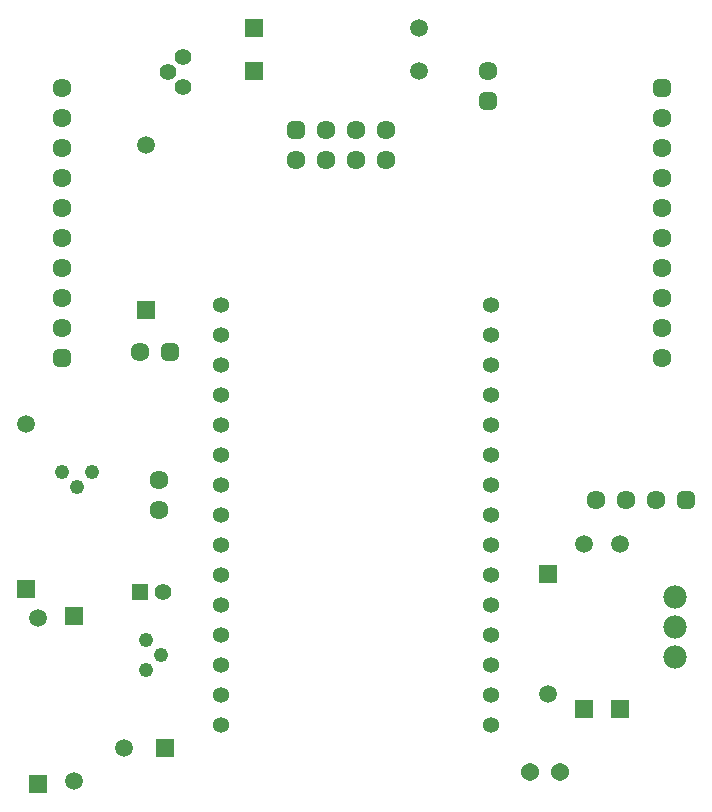
<source format=gbr>
G04 Generated by Ultiboard 14.0 *
%FSLAX34Y34*%
%MOMM*%

%ADD10C,0.0001*%
%ADD11C,1.3556*%
%ADD12C,1.6088*%
%ADD13R,0.5291X0.5291*%
%ADD14C,0.9949*%
%ADD15C,1.3970*%
%ADD16C,1.5000*%
%ADD17R,1.5000X1.5000*%
%ADD18C,1.2446*%
%ADD19C,1.4000*%
%ADD20R,1.4000X1.4000*%
%ADD21C,1.9898*%
%ADD22C,1.5366*%


G04 ColorRGB FF00CC for the following layer *
%LNSolder Mask Top*%
%LPD*%
G54D10*
G54D11*
X185420Y430784D03*
X185420Y405384D03*
X185420Y379984D03*
X185420Y354584D03*
X185420Y329184D03*
X185420Y303784D03*
X185420Y278384D03*
X185420Y252984D03*
X185420Y227584D03*
X185420Y202184D03*
X185420Y176784D03*
X185420Y151384D03*
X185420Y125984D03*
X185420Y100584D03*
X185420Y75184D03*
X414020Y430784D03*
X414020Y405384D03*
X414020Y379984D03*
X414020Y354584D03*
X414020Y329184D03*
X414020Y303784D03*
X414020Y278384D03*
X414020Y252984D03*
X414020Y227584D03*
X414020Y202184D03*
X414020Y176784D03*
X414020Y151384D03*
X414020Y125984D03*
X414020Y100584D03*
X414020Y75184D03*
G54D12*
X50800Y462280D03*
X50800Y436880D03*
X50800Y411480D03*
X50800Y513080D03*
X50800Y487680D03*
X50800Y538480D03*
X50800Y589280D03*
X50800Y563880D03*
X50800Y614680D03*
X558800Y538480D03*
X558800Y563880D03*
X558800Y589280D03*
X558800Y487680D03*
X558800Y513080D03*
X558800Y462280D03*
X558800Y411480D03*
X558800Y436880D03*
X558800Y386080D03*
X299720Y579120D03*
X299720Y553720D03*
X274320Y579120D03*
X274320Y553720D03*
X248920Y553720D03*
X325120Y579120D03*
X325120Y553720D03*
X411480Y628904D03*
X528320Y265684D03*
X553720Y265684D03*
X502920Y265684D03*
X133202Y257281D03*
X133202Y282681D03*
X116840Y391160D03*
G54D13*
X50800Y386080D03*
X558800Y614680D03*
X248920Y579120D03*
X411480Y603504D03*
X579120Y265684D03*
X142240Y391160D03*
G54D14*
X48155Y383435D02*
X53445Y383435D01*
X53445Y388725D01*
X48155Y388725D01*
X48155Y383435D01*D02*
X556155Y612035D02*
X561445Y612035D01*
X561445Y617325D01*
X556155Y617325D01*
X556155Y612035D01*D02*
X246275Y576475D02*
X251565Y576475D01*
X251565Y581765D01*
X246275Y581765D01*
X246275Y576475D01*D02*
X408835Y600859D02*
X414125Y600859D01*
X414125Y606149D01*
X408835Y606149D01*
X408835Y600859D01*D02*
X576475Y263039D02*
X581765Y263039D01*
X581765Y268329D01*
X576475Y268329D01*
X576475Y263039D01*D02*
X139595Y388515D02*
X144885Y388515D01*
X144885Y393805D01*
X139595Y393805D01*
X139595Y388515D01*D02*
G54D15*
X153670Y615950D03*
X153670Y641350D03*
X140970Y628650D03*
G54D16*
X121920Y566720D03*
X20320Y330574D03*
X30748Y165682D03*
X60960Y27640D03*
X353453Y665926D03*
X353453Y629426D03*
X523540Y228600D03*
X493060Y228600D03*
X103555Y55880D03*
X462280Y101600D03*
G54D17*
X121920Y426720D03*
X20320Y190574D03*
X30748Y25682D03*
X60960Y167640D03*
X213453Y665926D03*
X213453Y629426D03*
X523540Y88600D03*
X493060Y88600D03*
X138555Y55880D03*
X462280Y203200D03*
G54D18*
X76200Y289560D03*
X50800Y289560D03*
X63500Y276860D03*
X121920Y147320D03*
X121920Y121920D03*
X134620Y134620D03*
G54D19*
X136840Y187960D03*
G54D20*
X116840Y187960D03*
G54D21*
X569595Y158115D03*
X569595Y132715D03*
X569595Y183515D03*
G54D22*
X472440Y35560D03*
X447040Y35560D03*

M02*

</source>
